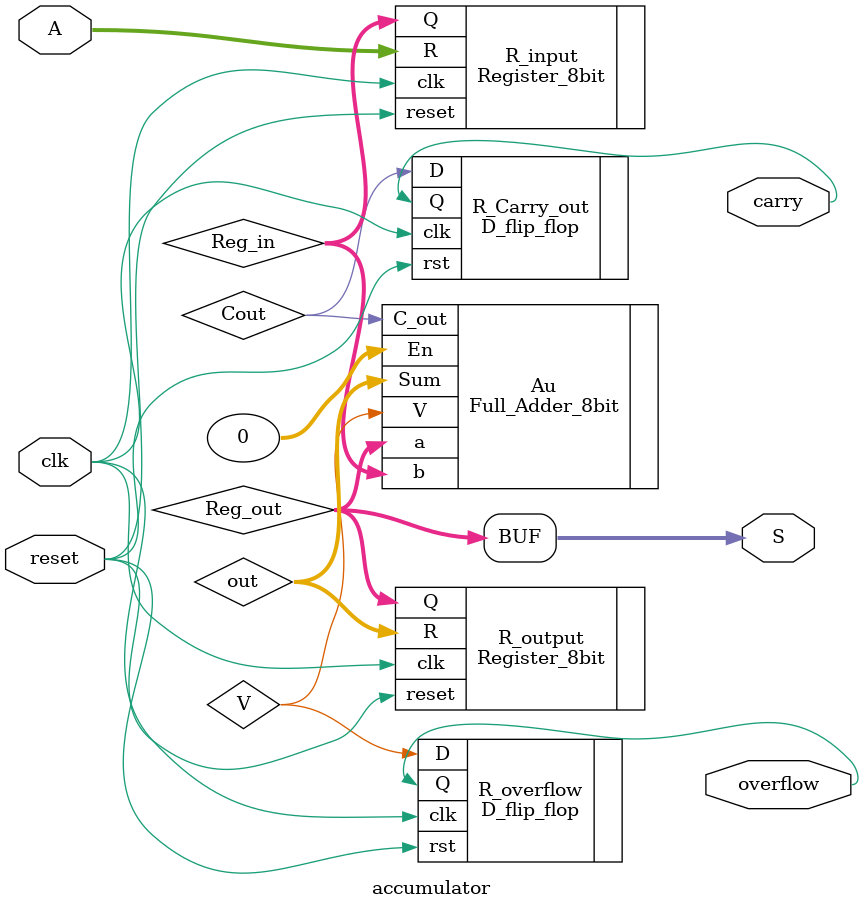
<source format=sv>

	module accumulator( 
			input  logic [7:0] A,
			input  logic clk, reset,
			output logic [7:0] S,
			output logic carry, overflow
	);

	wire logic [7:0] Reg_in, Reg_out, out; // Input register, Output register, temporary register for output
	wire logic [0:0] V, Cout;
	assign S = Reg_out;

	Full_Adder_8bit  Au(.a(Reg_out), .b(Reg_in), .Sum(out), .C_out(Cout), .En(0), .V(V) );

	Register_8bit  R_input ( .clk(clk), .reset(reset), .R(A),   .Q(Reg_in) );
	Register_8bit  R_output( .clk(clk), .reset(reset), .R(out), .Q(Reg_out)); 
	D_flip_flop	   R_Carry_out(.clk(clk), .rst(reset), .D(Cout), .Q(carry) );
	D_flip_flop    R_overflow (.clk(clk), .rst(reset), .D(V)   , .Q(overflow));  					  
						  
	endmodule

</source>
